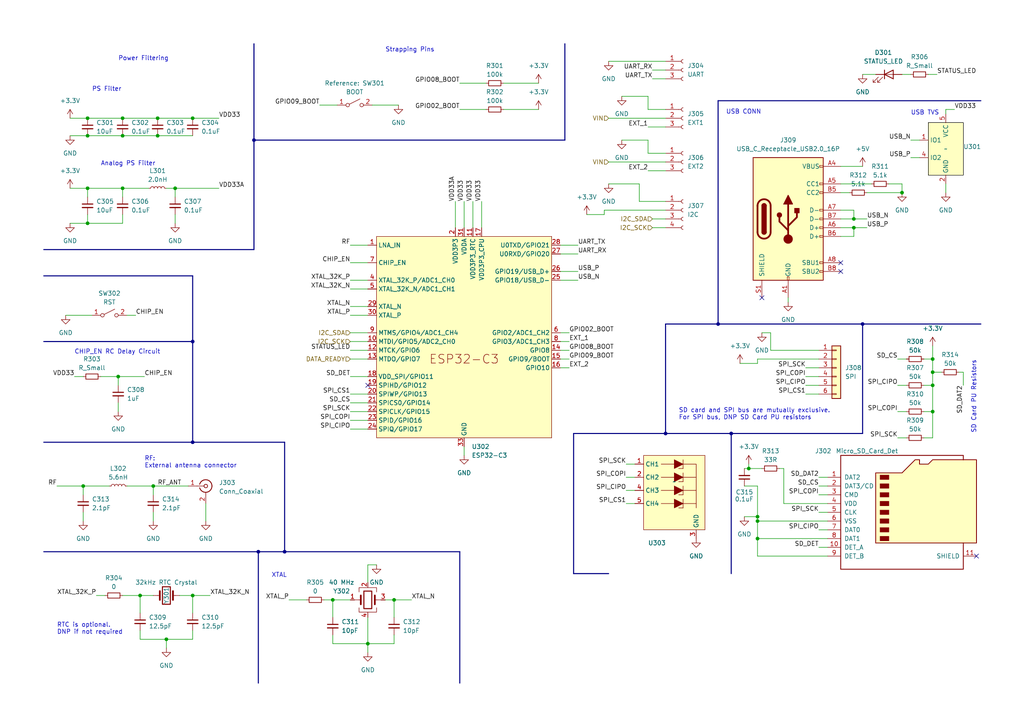
<source format=kicad_sch>
(kicad_sch (version 20231120) (generator "eeschema") (generator_version "8.0")
  (paper "A4")
  (lib_symbols
    (symbol "BVH_Crystals:Crystal_GND24" (pin_names (offset 1.016) hide)
      (property "Reference" "Y" (at 3.175 5.08 0))
      (property "Value" "Crystal_GND24" (at 3.175 3.175 0))
      (symbol "Crystal_GND24_1_1"
        (pin passive line (at -5.08 0 0) (length 1.27) (name "1") (number "1"))
        (pin passive line (at 0 5.08 270) (length 1.27) (name "2") (number "2"))
        (pin passive line (at 5.08 0 180) (length 1.27) (name "3") (number "3"))
        (pin passive line (at 0 -5.08 90) (length 1.27) (name "4") (number "4"))
      )
    )
    (symbol "BVH_Power:MAX3207E"
      (property "Reference" "U" (at 6.35 7.62 0))
      (symbol "MAX3207E_1_1"
        (pin input line (at -7.62 2.54 0) (length 2.54) (name "IO1") (number "1"))
        (pin power_in line (at 0 -10.16 90) (length 2.54) (name "GND") (number "2"))
        (pin input line (at -7.62 -2.54 0) (length 2.54) (name "IO2") (number "4"))
        (pin power_in line (at 0 10.16 270) (length 2.54) (name "VCC") (number "5"))
      )
    )
    (symbol "BVH_Protection:PUSB3AB4"
      (property "Reference" "U" (at 0 8.89 0))
      (symbol "PUSB3AB4_1_1"
        (pin input line (at -6.35 5.08 0) (length 2.54) (name "CH1") (number "1"))
        (pin input line (at -6.35 1.27 0) (length 2.54) (name "CH2") (number "2"))
        (pin input line (at 11.43 -16.51 90) (length 2.54) (name "GND") (number "3"))
        (pin input line (at -6.35 -2.54 0) (length 2.54) (name "CH3") (number "4"))
        (pin input line (at -6.35 -6.35 0) (length 2.54) (name "CH4") (number "5"))
        (pin input line (at 11.43 -16.51 90) (length 2.54) hide (name "GND") (number "8"))
      )
    )
    (symbol "Connector:Conn_01x03_Socket" (pin_names (offset 1.016) hide)
      (property "Reference" "J" (at 0 5.08 0))
      (property "Value" "Conn_01x03_Socket" (at 0 -5.08 0))
      (symbol "Conn_01x03_Socket_1_1"
        (pin passive line (at -5.08 2.54 0) (length 3.81) (name "Pin_1") (number "1"))
        (pin passive line (at -5.08 0 0) (length 3.81) (name "Pin_2") (number "2"))
        (pin passive line (at -5.08 -2.54 0) (length 3.81) (name "Pin_3") (number "3"))
      )
    )
    (symbol "Connector:Conn_01x04_Socket" (pin_names (offset 1.016) hide)
      (property "Reference" "J" (at 0 5.08 0))
      (property "Value" "Conn_01x04_Socket" (at 0 -7.62 0))
      (symbol "Conn_01x04_Socket_1_1"
        (pin passive line (at -5.08 2.54 0) (length 3.81) (name "Pin_1") (number "1"))
        (pin passive line (at -5.08 0 0) (length 3.81) (name "Pin_2") (number "2"))
        (pin passive line (at -5.08 -2.54 0) (length 3.81) (name "Pin_3") (number "3"))
        (pin passive line (at -5.08 -5.08 0) (length 3.81) (name "Pin_4") (number "4"))
      )
    )
    (symbol "Connector:Conn_Coaxial" (pin_names (offset 1.016) hide)
      (property "Reference" "J" (at 0.254 3.048 0))
      (property "Value" "Conn_Coaxial" (at 2.921 0 90))
      (symbol "Conn_Coaxial_1_1"
        (pin passive line (at -5.08 0 0) (length 2.54) (name "In") (number "1"))
        (pin passive line (at 0 -5.08 90) (length 2.54) (name "Ext") (number "2"))
      )
    )
    (symbol "Connector:Micro_SD_Card_Det" (pin_names (offset 1.016))
      (property "Reference" "J" (at -16.51 17.78 0))
      (property "Value" "Micro_SD_Card_Det" (at 16.51 17.78 0))
      (symbol "Micro_SD_Card_Det_1_1"
        (pin bidirectional line (at -22.86 10.16 0) (length 3.81) (name "DAT2") (number "1"))
        (pin passive line (at -22.86 -10.16 0) (length 3.81) (name "DET_A") (number "10"))
        (pin passive line (at 20.32 -12.7 180) (length 3.81) (name "SHIELD") (number "11"))
        (pin bidirectional line (at -22.86 7.62 0) (length 3.81) (name "DAT3/CD") (number "2"))
        (pin input line (at -22.86 5.08 0) (length 3.81) (name "CMD") (number "3"))
        (pin power_in line (at -22.86 2.54 0) (length 3.81) (name "VDD") (number "4"))
        (pin input line (at -22.86 0 0) (length 3.81) (name "CLK") (number "5"))
        (pin power_in line (at -22.86 -2.54 0) (length 3.81) (name "VSS") (number "6"))
        (pin bidirectional line (at -22.86 -5.08 0) (length 3.81) (name "DAT0") (number "7"))
        (pin bidirectional line (at -22.86 -7.62 0) (length 3.81) (name "DAT1") (number "8"))
        (pin passive line (at -22.86 -12.7 0) (length 3.81) (name "DET_B") (number "9"))
      )
    )
    (symbol "Connector:USB_C_Receptacle_USB2.0_16P" (pin_names (offset 1.016))
      (property "Reference" "J" (at 0 22.225 0))
      (property "Value" "USB_C_Receptacle_USB2.0_16P" (at 0 19.685 0))
      (symbol "USB_C_Receptacle_USB2.0_16P_1_1"
        (pin passive line (at 0 -22.86 90) (length 5.08) (name "GND") (number "A1"))
        (pin passive line (at 0 -22.86 90) (length 5.08) hide (name "GND") (number "A12"))
        (pin passive line (at 15.24 15.24 180) (length 5.08) (name "VBUS") (number "A4"))
        (pin bidirectional line (at 15.24 10.16 180) (length 5.08) (name "CC1") (number "A5"))
        (pin bidirectional line (at 15.24 -2.54 180) (length 5.08) (name "D+") (number "A6"))
        (pin bidirectional line (at 15.24 2.54 180) (length 5.08) (name "D-") (number "A7"))
        (pin bidirectional line (at 15.24 -12.7 180) (length 5.08) (name "SBU1") (number "A8"))
        (pin passive line (at 15.24 15.24 180) (length 5.08) hide (name "VBUS") (number "A9"))
        (pin passive line (at 0 -22.86 90) (length 5.08) hide (name "GND") (number "B1"))
        (pin passive line (at 0 -22.86 90) (length 5.08) hide (name "GND") (number "B12"))
        (pin passive line (at 15.24 15.24 180) (length 5.08) hide (name "VBUS") (number "B4"))
        (pin bidirectional line (at 15.24 7.62 180) (length 5.08) (name "CC2") (number "B5"))
        (pin bidirectional line (at 15.24 -5.08 180) (length 5.08) (name "D+") (number "B6"))
        (pin bidirectional line (at 15.24 0 180) (length 5.08) (name "D-") (number "B7"))
        (pin bidirectional line (at 15.24 -15.24 180) (length 5.08) (name "SBU2") (number "B8"))
        (pin passive line (at 15.24 15.24 180) (length 5.08) hide (name "VBUS") (number "B9"))
        (pin passive line (at -7.62 -22.86 90) (length 5.08) (name "SHIELD") (number "S1"))
      )
    )
    (symbol "Connector_Generic:Conn_01x06" (pin_names (offset 1.016) hide)
      (property "Reference" "J" (at 0 7.62 0))
      (property "Value" "Conn_01x06" (at 0 -10.16 0))
      (symbol "Conn_01x06_1_1"
        (pin passive line (at -5.08 5.08 0) (length 3.81) (name "Pin_1") (number "1"))
        (pin passive line (at -5.08 2.54 0) (length 3.81) (name "Pin_2") (number "2"))
        (pin passive line (at -5.08 0 0) (length 3.81) (name "Pin_3") (number "3"))
        (pin passive line (at -5.08 -2.54 0) (length 3.81) (name "Pin_4") (number "4"))
        (pin passive line (at -5.08 -5.08 0) (length 3.81) (name "Pin_5") (number "5"))
        (pin passive line (at -5.08 -7.62 0) (length 3.81) (name "Pin_6") (number "6"))
      )
    )
    (symbol "Device:C_Small" (pin_numbers hide) (pin_names (offset 0.254) hide)
      (property "Reference" "C" (at 0.254 1.778 0))
      (property "Value" "C_Small" (at 0.254 -2.032 0))
      (symbol "C_Small_1_1"
        (pin passive line (at 0 2.54 270) (length 2.032) (name "~") (number "1"))
        (pin passive line (at 0 -2.54 90) (length 2.032) (name "~") (number "2"))
      )
    )
    (symbol "Device:Crystal" (pin_numbers hide) (pin_names (offset 1.016) hide)
      (property "Reference" "Y" (at 0 3.81 0))
      (property "Value" "Crystal" (at 0 -3.81 0))
      (symbol "Crystal_1_1"
        (pin passive line (at -3.81 0 0) (length 1.27) (name "1") (number "1"))
        (pin passive line (at 3.81 0 180) (length 1.27) (name "2") (number "2"))
      )
    )
    (symbol "Device:LED" (pin_numbers hide) (pin_names (offset 1.016) hide)
      (property "Reference" "D" (at 0 2.54 0))
      (property "Value" "LED" (at 0 -2.54 0))
      (symbol "LED_1_1"
        (pin passive line (at -3.81 0 0) (length 2.54) (name "K") (number "1"))
        (pin passive line (at 3.81 0 180) (length 2.54) (name "A") (number "2"))
      )
    )
    (symbol "Device:L_Small" (pin_numbers hide) (pin_names (offset 0.254) hide)
      (property "Reference" "L" (at 0.762 1.016 0))
      (property "Value" "L_Small" (at 0.762 -1.016 0))
      (symbol "L_Small_1_1"
        (pin passive line (at 0 2.54 270) (length 0.508) (name "~") (number "1"))
        (pin passive line (at 0 -2.54 90) (length 0.508) (name "~") (number "2"))
      )
    )
    (symbol "Device:R_Small" (pin_numbers hide) (pin_names (offset 0.254) hide)
      (property "Reference" "R" (at 0.762 0.508 0))
      (property "Value" "R_Small" (at 0.762 -1.016 0))
      (symbol "R_Small_1_1"
        (pin passive line (at 0 2.54 270) (length 0.762) (name "~") (number "1"))
        (pin passive line (at 0 -2.54 90) (length 0.762) (name "~") (number "2"))
      )
    )
    (symbol "Espressif:ESP32-C3"
      (property "Reference" "U" (at -25.4 35.56 0))
      (property "Value" "ESP32-C3" (at -25.4 33.02 0))
      (symbol "ESP32-C3_0_0"
        (text "ESP32-C3" (at 0 -5.08 0) (effects (font (size 2.54 2.54))))
        (pin bidirectional line (at -27.94 27.94 0) (length 2.54) (name "LNA_IN") (number "1"))
        (pin bidirectional line (at -27.94 0 0) (length 2.54) (name "MTDI/GPIO5/ADC2_CH0") (number "10"))
        (pin power_in line (at 2.54 33.02 270) (length 2.54) (name "VDD3P3_RTC") (number "11"))
        (pin bidirectional line (at -27.94 -2.54 0) (length 2.54) (name "MTCK/GPIO6") (number "12"))
        (pin bidirectional line (at -27.94 -5.08 0) (length 2.54) (name "MTDO/GPIO7") (number "13"))
        (pin bidirectional line (at 27.94 -2.54 180) (length 2.54) (name "GPIO8") (number "14"))
        (pin bidirectional line (at 27.94 -5.08 180) (length 2.54) (name "GPIO9/BOOT") (number "15"))
        (pin bidirectional line (at 27.94 -7.62 180) (length 2.54) (name "GPIO10") (number "16"))
        (pin power_in line (at 5.08 33.02 270) (length 2.54) (name "VDD3P3_CPU") (number "17"))
        (pin bidirectional line (at -27.94 -10.16 0) (length 2.54) (name "VDD_SPI/GPIO11") (number "18"))
        (pin bidirectional line (at -27.94 -12.7 0) (length 2.54) (name "SPIHD/GPIO12") (number "19"))
        (pin power_in line (at -2.54 33.02 270) (length 2.54) (name "VDD3P3") (number "2"))
        (pin bidirectional line (at -27.94 -15.24 0) (length 2.54) (name "SPIWP/GPIO13") (number "20"))
        (pin bidirectional line (at -27.94 -17.78 0) (length 2.54) (name "SPICS0/GPIO14") (number "21"))
        (pin bidirectional line (at -27.94 -20.32 0) (length 2.54) (name "SPICLK/GPIO15") (number "22"))
        (pin bidirectional line (at -27.94 -22.86 0) (length 2.54) (name "SPID/GPIO16") (number "23"))
        (pin bidirectional line (at -27.94 -25.4 0) (length 2.54) (name "SPIQ/GPIO17") (number "24"))
        (pin bidirectional line (at 27.94 17.78 180) (length 2.54) (name "GPIO18/USB_D-") (number "25"))
        (pin bidirectional line (at 27.94 20.32 180) (length 2.54) (name "GPIO19/USB_D+") (number "26"))
        (pin bidirectional line (at 27.94 25.4 180) (length 2.54) (name "U0RXD/GPIO20") (number "27"))
        (pin bidirectional line (at 27.94 27.94 180) (length 2.54) (name "U0TXD/GPIO21") (number "28"))
        (pin output line (at -27.94 10.16 0) (length 2.54) (name "XTAL_N") (number "29"))
        (pin input line (at -27.94 7.62 0) (length 2.54) (name "XTAL_P") (number "30"))
        (pin power_in line (at 0 33.02 270) (length 2.54) (name "VDDA") (number "31"))
        (pin power_in line (at 0 -30.48 90) (length 2.54) (name "GND") (number "33"))
        (pin output line (at -27.94 17.78 0) (length 2.54) (name "XTAL_32K_P/ADC1_CH0") (number "4"))
        (pin input line (at -27.94 15.24 0) (length 2.54) (name "XTAL_32K_N/ADC1_CH1") (number "5"))
        (pin bidirectional line (at 27.94 2.54 180) (length 2.54) (name "GPIO2/ADC1_CH2") (number "6"))
        (pin input line (at -27.94 22.86 0) (length 2.54) (name "CHIP_EN") (number "7"))
        (pin bidirectional line (at 27.94 0 180) (length 2.54) (name "GPIO3/ADC1_CH3") (number "8"))
        (pin bidirectional line (at -27.94 2.54 0) (length 2.54) (name "MTMS/GPIO4/ADC1_CH4") (number "9"))
      )
      (symbol "ESP32-C3_0_1"
        (pin passive line (at -2.54 33.02 270) (length 2.54) hide (name "VDD3P3") (number "3"))
        (pin passive line (at 0 33.02 270) (length 2.54) hide (name "VDDA") (number "32"))
      )
    )
    (symbol "Switch:SW_SPST" (pin_names (offset 0) hide)
      (property "Reference" "SW" (at 0 3.175 0))
      (property "Value" "SW_SPST" (at 0 -2.54 0))
      (symbol "SW_SPST_1_1"
        (pin passive line (at -5.08 0 0) (length 2.54) (name "A") (number "1"))
        (pin passive line (at 5.08 0 180) (length 2.54) (name "B") (number "2"))
      )
    )
    (symbol "power:+3.3V" (power) (pin_names (offset 0))
      (property "Value" "+3.3V" (at 0 3.556 0))
      (symbol "+3.3V_1_1"
        (pin power_in line (at 0 0 90) (length 0) hide (name "+3.3V") (number "1"))
      )
    )
    (symbol "power:+5V" (power) (pin_names (offset 0))
      (property "Value" "+5V" (at 0 3.556 0))
      (symbol "+5V_1_1"
        (pin power_in line (at 0 0 90) (length 0) hide (name "+5V") (number "1"))
      )
    )
    (symbol "power:GND" (power) (pin_names (offset 0))
      (property "Value" "GND" (at 0 -3.81 0))
      (symbol "GND_1_1"
        (pin power_in line (at 0 0 270) (length 0) hide (name "GND") (number "1"))
      )
    )
  )
  (junction (at 82.55 160.02))
  (junction (at 247.65 63.5))
  (junction (at 48.26 185.42))
  (junction (at 208.28 93.98))
  (junction (at 55.88 34.29))
  (junction (at 114.3 173.99))
  (junction (at 45.72 39.37))
  (junction (at 34.29 109.22))
  (junction (at 96.52 173.99))
  (junction (at 74.93 160.02))
  (junction (at 247.65 66.04))
  (junction (at 193.04 125.73))
  (junction (at 270.51 119.38))
  (junction (at 270.51 111.76))
  (junction (at 250.19 93.98))
  (junction (at 261.62 55.88))
  (junction (at 35.56 54.61))
  (junction (at 106.68 186.69))
  (junction (at 35.56 39.37))
  (junction (at 25.4 34.29))
  (junction (at 45.72 34.29))
  (junction (at 219.71 151.13))
  (junction (at 270.51 104.14))
  (junction (at 55.88 99.06))
  (junction (at 55.88 128.27))
  (junction (at 73.66 40.64))
  (junction (at 25.4 64.77))
  (junction (at 270.51 107.95))
  (junction (at 44.45 140.97))
  (junction (at 219.71 149.86))
  (junction (at 25.4 54.61))
  (junction (at 50.8 54.61))
  (junction (at 24.13 140.97))
  (junction (at 40.64 172.72))
  (junction (at 55.88 172.72))
  (junction (at 219.71 156.21))
  (junction (at 35.56 34.29))
  (junction (at 212.09 125.73))
  (junction (at 217.17 135.89))
  (junction (at 25.4 39.37))
  (no_connect (at 106.68 111.76))
  (no_connect (at 243.84 78.74))
  (no_connect (at 283.21 161.29))
  (no_connect (at 243.84 76.2))
  (no_connect (at 220.98 86.36))
  (wire (pts (xy 35.56 172.72) (xy 40.64 172.72)))
  (wire (pts (xy 228.6 86.36) (xy 228.6 87.63)))
  (wire (pts (xy 101.6 76.2) (xy 106.68 76.2)))
  (wire (pts (xy 106.68 186.69) (xy 114.3 186.69)))
  (wire (pts (xy 45.72 39.37) (xy 55.88 39.37)))
  (wire (pts (xy 187.96 27.94) (xy 187.96 31.75)))
  (wire (pts (xy 20.32 54.61) (xy 25.4 54.61)))
  (wire (pts (xy 257.81 53.34) (xy 261.62 53.34)))
  (wire (pts (xy 270.51 127) (xy 270.51 119.38)))
  (wire (pts (xy 219.71 151.13) (xy 219.71 156.21)))
  (bus (pts (xy 82.55 160.02) (xy 133.35 160.02)))
  (wire (pts (xy 25.4 39.37) (xy 35.56 39.37)))
  (wire (pts (xy 176.53 17.78) (xy 193.04 17.78)))
  (bus (pts (xy 212.09 125.73) (xy 212.09 166.37)))
  (bus (pts (xy 82.55 160.02) (xy 82.55 128.27)))
  (wire (pts (xy 101.6 114.3) (xy 106.68 114.3)))
  (wire (pts (xy 170.18 62.23) (xy 175.26 62.23)))
  (wire (pts (xy 162.56 101.6) (xy 165.1 101.6)))
  (wire (pts (xy 48.26 185.42) (xy 55.88 185.42)))
  (wire (pts (xy 29.21 109.22) (xy 34.29 109.22)))
  (wire (pts (xy 101.6 119.38) (xy 106.68 119.38)))
  (wire (pts (xy 146.05 31.75) (xy 156.21 31.75)))
  (wire (pts (xy 96.52 186.69) (xy 96.52 184.15)))
  (wire (pts (xy 44.45 172.72) (xy 40.64 172.72)))
  (wire (pts (xy 187.96 40.64) (xy 187.96 44.45)))
  (wire (pts (xy 35.56 34.29) (xy 45.72 34.29)))
  (wire (pts (xy 101.6 104.14) (xy 106.68 104.14)))
  (wire (pts (xy 21.59 109.22) (xy 24.13 109.22)))
  (wire (pts (xy 237.49 153.67) (xy 240.03 153.67)))
  (bus (pts (xy 208.28 93.98) (xy 193.04 93.98)))
  (wire (pts (xy 176.53 46.99) (xy 193.04 46.99)))
  (wire (pts (xy 40.64 185.42) (xy 40.64 182.88)))
  (wire (pts (xy 270.51 119.38) (xy 270.51 111.76)))
  (wire (pts (xy 36.83 91.44) (xy 39.37 91.44)))
  (wire (pts (xy 219.71 105.41) (xy 219.71 104.14)))
  (wire (pts (xy 101.6 124.46) (xy 106.68 124.46)))
  (wire (pts (xy 134.62 58.42) (xy 134.62 66.04)))
  (wire (pts (xy 274.32 31.75) (xy 274.32 33.02)))
  (wire (pts (xy 34.29 119.38) (xy 34.29 116.84)))
  (wire (pts (xy 134.62 129.54) (xy 134.62 132.08)))
  (wire (pts (xy 181.61 142.24) (xy 184.15 142.24)))
  (wire (pts (xy 137.16 58.42) (xy 137.16 66.04)))
  (wire (pts (xy 260.35 127) (xy 262.89 127)))
  (wire (pts (xy 181.61 146.05) (xy 184.15 146.05)))
  (wire (pts (xy 264.16 45.72) (xy 266.7 45.72)))
  (wire (pts (xy 25.4 54.61) (xy 25.4 57.15)))
  (bus (pts (xy 73.66 40.64) (xy 163.83 40.64)))
  (wire (pts (xy 101.6 101.6) (xy 106.68 101.6)))
  (wire (pts (xy 25.4 64.77) (xy 35.56 64.77)))
  (wire (pts (xy 243.84 48.26) (xy 250.19 48.26)))
  (wire (pts (xy 185.42 53.34) (xy 185.42 58.42)))
  (wire (pts (xy 96.52 173.99) (xy 96.52 179.07)))
  (wire (pts (xy 243.84 66.04) (xy 247.65 66.04)))
  (wire (pts (xy 101.6 121.92) (xy 106.68 121.92)))
  (wire (pts (xy 187.96 44.45) (xy 193.04 44.45)))
  (wire (pts (xy 180.34 27.94) (xy 187.96 27.94)))
  (wire (pts (xy 269.24 21.59) (xy 271.78 21.59)))
  (wire (pts (xy 267.97 111.76) (xy 270.51 111.76)))
  (wire (pts (xy 189.23 20.32) (xy 193.04 20.32)))
  (wire (pts (xy 233.68 106.68) (xy 237.49 106.68)))
  (wire (pts (xy 264.16 40.64) (xy 266.7 40.64)))
  (bus (pts (xy 163.83 12.7) (xy 163.83 40.64)))
  (wire (pts (xy 233.68 109.22) (xy 237.49 109.22)))
  (wire (pts (xy 63.5 34.29) (xy 55.88 34.29)))
  (wire (pts (xy 55.88 172.72) (xy 55.88 177.8)))
  (wire (pts (xy 267.97 104.14) (xy 270.51 104.14)))
  (wire (pts (xy 132.08 58.42) (xy 132.08 66.04)))
  (wire (pts (xy 274.32 31.75) (xy 276.86 31.75)))
  (bus (pts (xy 73.66 12.7) (xy 73.66 40.64)))
  (wire (pts (xy 260.35 111.76) (xy 262.89 111.76)))
  (wire (pts (xy 45.72 34.29) (xy 55.88 34.29)))
  (wire (pts (xy 106.68 163.83) (xy 109.22 163.83)))
  (wire (pts (xy 50.8 62.23) (xy 50.8 64.77)))
  (wire (pts (xy 19.05 91.44) (xy 26.67 91.44)))
  (wire (pts (xy 25.4 54.61) (xy 35.56 54.61)))
  (wire (pts (xy 219.71 156.21) (xy 219.71 161.29)))
  (wire (pts (xy 101.6 99.06) (xy 106.68 99.06)))
  (wire (pts (xy 219.71 140.97) (xy 219.71 149.86)))
  (wire (pts (xy 237.49 143.51) (xy 240.03 143.51)))
  (wire (pts (xy 133.35 24.13) (xy 140.97 24.13)))
  (wire (pts (xy 247.65 68.58) (xy 247.65 66.04)))
  (wire (pts (xy 219.71 161.29) (xy 240.03 161.29)))
  (wire (pts (xy 237.49 148.59) (xy 240.03 148.59)))
  (bus (pts (xy 193.04 125.73) (xy 166.37 125.73)))
  (wire (pts (xy 44.45 148.59) (xy 44.45 151.13)))
  (wire (pts (xy 217.17 135.89) (xy 220.98 135.89)))
  (wire (pts (xy 267.97 127) (xy 270.51 127)))
  (wire (pts (xy 247.65 63.5) (xy 251.46 63.5)))
  (wire (pts (xy 219.71 104.14) (xy 237.49 104.14)))
  (wire (pts (xy 35.56 54.61) (xy 43.18 54.61)))
  (wire (pts (xy 162.56 106.68) (xy 165.1 106.68)))
  (wire (pts (xy 34.29 109.22) (xy 34.29 111.76)))
  (wire (pts (xy 189.23 22.86) (xy 193.04 22.86)))
  (wire (pts (xy 227.33 146.05) (xy 240.03 146.05)))
  (wire (pts (xy 226.06 135.89) (xy 227.33 135.89)))
  (bus (pts (xy 12.7 160.02) (xy 74.93 160.02)))
  (bus (pts (xy 73.66 72.39) (xy 73.66 40.64)))
  (wire (pts (xy 261.62 53.34) (xy 261.62 55.88)))
  (wire (pts (xy 180.34 40.64) (xy 187.96 40.64)))
  (bus (pts (xy 250.19 125.73) (xy 212.09 125.73)))
  (wire (pts (xy 279.4 107.95) (xy 279.4 111.76)))
  (wire (pts (xy 270.51 111.76) (xy 270.51 107.95)))
  (wire (pts (xy 101.6 91.44) (xy 106.68 91.44)))
  (wire (pts (xy 274.32 53.34) (xy 274.32 55.88)))
  (bus (pts (xy 250.19 93.98) (xy 250.19 125.73)))
  (wire (pts (xy 247.65 66.04) (xy 251.46 66.04)))
  (wire (pts (xy 35.56 64.77) (xy 35.56 62.23)))
  (bus (pts (xy 12.7 72.39) (xy 73.66 72.39)))
  (wire (pts (xy 217.17 134.62) (xy 217.17 135.89)))
  (wire (pts (xy 34.29 109.22) (xy 41.91 109.22)))
  (wire (pts (xy 50.8 54.61) (xy 63.5 54.61)))
  (wire (pts (xy 237.49 158.75) (xy 240.03 158.75)))
  (wire (pts (xy 133.35 31.75) (xy 140.97 31.75)))
  (bus (pts (xy 208.28 29.21) (xy 208.28 93.98)))
  (wire (pts (xy 162.56 71.12) (xy 167.64 71.12)))
  (wire (pts (xy 162.56 81.28) (xy 167.64 81.28)))
  (wire (pts (xy 24.13 148.59) (xy 24.13 151.13)))
  (wire (pts (xy 176.53 53.34) (xy 185.42 53.34)))
  (wire (pts (xy 243.84 55.88) (xy 246.38 55.88)))
  (wire (pts (xy 237.49 140.97) (xy 240.03 140.97)))
  (wire (pts (xy 55.88 185.42) (xy 55.88 182.88)))
  (wire (pts (xy 106.68 189.23) (xy 106.68 186.69)))
  (wire (pts (xy 139.7 58.42) (xy 139.7 66.04)))
  (wire (pts (xy 220.98 96.52) (xy 223.52 96.52)))
  (bus (pts (xy 193.04 93.98) (xy 193.04 125.73)))
  (wire (pts (xy 92.71 30.48) (xy 97.79 30.48)))
  (bus (pts (xy 55.88 128.27) (xy 82.55 128.27)))
  (bus (pts (xy 166.37 125.73) (xy 166.37 166.37)))
  (wire (pts (xy 270.51 104.14) (xy 270.51 100.33)))
  (wire (pts (xy 101.6 88.9) (xy 106.68 88.9)))
  (wire (pts (xy 44.45 140.97) (xy 36.83 140.97)))
  (wire (pts (xy 162.56 73.66) (xy 167.64 73.66)))
  (wire (pts (xy 162.56 78.74) (xy 167.64 78.74)))
  (bus (pts (xy 12.7 99.06) (xy 55.88 99.06)))
  (wire (pts (xy 101.6 116.84) (xy 106.68 116.84)))
  (bus (pts (xy 193.04 125.73) (xy 212.09 125.73)))
  (wire (pts (xy 247.65 60.96) (xy 247.65 63.5)))
  (wire (pts (xy 146.05 24.13) (xy 156.21 24.13)))
  (wire (pts (xy 187.96 31.75) (xy 193.04 31.75)))
  (wire (pts (xy 83.82 173.99) (xy 88.9 173.99)))
  (wire (pts (xy 219.71 151.13) (xy 240.03 151.13)))
  (wire (pts (xy 250.19 21.59) (xy 254 21.59)))
  (wire (pts (xy 219.71 149.86) (xy 219.71 151.13)))
  (wire (pts (xy 251.46 55.88) (xy 261.62 55.88)))
  (wire (pts (xy 44.45 143.51) (xy 44.45 140.97)))
  (wire (pts (xy 101.6 109.22) (xy 106.68 109.22)))
  (wire (pts (xy 162.56 104.14) (xy 165.1 104.14)))
  (wire (pts (xy 111.76 173.99) (xy 114.3 173.99)))
  (wire (pts (xy 219.71 156.21) (xy 240.03 156.21)))
  (wire (pts (xy 25.4 34.29) (xy 35.56 34.29)))
  (wire (pts (xy 215.9 149.86) (xy 219.71 149.86)))
  (wire (pts (xy 278.13 107.95) (xy 279.4 107.95)))
  (wire (pts (xy 27.94 172.72) (xy 30.48 172.72)))
  (wire (pts (xy 50.8 54.61) (xy 50.8 57.15)))
  (wire (pts (xy 48.26 54.61) (xy 50.8 54.61)))
  (wire (pts (xy 101.6 71.12) (xy 106.68 71.12)))
  (wire (pts (xy 35.56 39.37) (xy 45.72 39.37)))
  (wire (pts (xy 101.6 83.82) (xy 106.68 83.82)))
  (wire (pts (xy 107.95 30.48) (xy 115.57 30.48)))
  (bus (pts (xy 208.28 93.98) (xy 250.19 93.98)))
  (wire (pts (xy 162.56 96.52) (xy 165.1 96.52)))
  (bus (pts (xy 166.37 166.37) (xy 176.53 166.37)))
  (wire (pts (xy 106.68 179.07) (xy 106.68 186.69)))
  (wire (pts (xy 25.4 62.23) (xy 25.4 64.77)))
  (wire (pts (xy 20.32 34.29) (xy 25.4 34.29)))
  (wire (pts (xy 59.69 146.05) (xy 59.69 151.13)))
  (wire (pts (xy 243.84 53.34) (xy 252.73 53.34)))
  (wire (pts (xy 40.64 185.42) (xy 48.26 185.42)))
  (wire (pts (xy 185.42 58.42) (xy 193.04 58.42)))
  (wire (pts (xy 214.63 105.41) (xy 219.71 105.41)))
  (wire (pts (xy 215.9 135.89) (xy 217.17 135.89)))
  (wire (pts (xy 260.35 119.38) (xy 262.89 119.38)))
  (wire (pts (xy 20.32 39.37) (xy 25.4 39.37)))
  (wire (pts (xy 189.23 63.5) (xy 193.04 63.5)))
  (wire (pts (xy 243.84 63.5) (xy 247.65 63.5)))
  (wire (pts (xy 181.61 134.62) (xy 184.15 134.62)))
  (wire (pts (xy 260.35 104.14) (xy 262.89 104.14)))
  (wire (pts (xy 243.84 60.96) (xy 247.65 60.96)))
  (bus (pts (xy 55.88 99.06) (xy 55.88 128.27)))
  (wire (pts (xy 40.64 172.72) (xy 40.64 177.8)))
  (wire (pts (xy 227.33 146.05) (xy 227.33 135.89)))
  (wire (pts (xy 175.26 62.23) (xy 175.26 60.96)))
  (wire (pts (xy 114.3 173.99) (xy 114.3 179.07)))
  (wire (pts (xy 189.23 66.04) (xy 193.04 66.04)))
  (wire (pts (xy 96.52 186.69) (xy 106.68 186.69)))
  (wire (pts (xy 24.13 140.97) (xy 24.13 143.51)))
  (wire (pts (xy 16.51 140.97) (xy 24.13 140.97)))
  (wire (pts (xy 101.6 96.52) (xy 106.68 96.52)))
  (wire (pts (xy 52.07 172.72) (xy 55.88 172.72)))
  (wire (pts (xy 187.96 49.53) (xy 193.04 49.53)))
  (wire (pts (xy 270.51 107.95) (xy 270.51 104.14)))
  (wire (pts (xy 175.26 60.96) (xy 193.04 60.96)))
  (bus (pts (xy 74.93 160.02) (xy 82.55 160.02)))
  (bus (pts (xy 250.19 93.98) (xy 284.48 93.98)))
  (wire (pts (xy 55.88 172.72) (xy 60.96 172.72)))
  (wire (pts (xy 261.62 21.59) (xy 264.16 21.59)))
  (wire (pts (xy 101.6 81.28) (xy 106.68 81.28)))
  (wire (pts (xy 96.52 173.99) (xy 101.6 173.99)))
  (wire (pts (xy 114.3 173.99) (xy 119.38 173.99)))
  (wire (pts (xy 181.61 138.43) (xy 184.15 138.43)))
  (wire (pts (xy 44.45 140.97) (xy 54.61 140.97)))
  (wire (pts (xy 176.53 34.29) (xy 193.04 34.29)))
  (bus (pts (xy 74.93 160.02) (xy 74.93 198.12)))
  (wire (pts (xy 237.49 138.43) (xy 240.03 138.43)))
  (bus (pts (xy 284.48 29.21) (xy 208.28 29.21)))
  (wire (pts (xy 48.26 185.42) (xy 48.26 187.96)))
  (wire (pts (xy 187.96 36.83) (xy 193.04 36.83)))
  (wire (pts (xy 215.9 140.97) (xy 219.71 140.97)))
  (wire (pts (xy 233.68 114.3) (xy 237.49 114.3)))
  (wire (pts (xy 223.52 96.52) (xy 223.52 101.6)))
  (wire (pts (xy 267.97 119.38) (xy 270.51 119.38)))
  (bus (pts (xy 133.35 160.02) (xy 133.35 198.12)))
  (wire (pts (xy 93.98 173.99) (xy 96.52 173.99)))
  (wire (pts (xy 24.13 140.97) (xy 31.75 140.97)))
  (wire (pts (xy 114.3 186.69) (xy 114.3 184.15)))
  (wire (pts (xy 243.84 68.58) (xy 247.65 68.58)))
  (wire (pts (xy 233.68 111.76) (xy 237.49 111.76)))
  (bus (pts (xy 55.88 80.01) (xy 55.88 99.06)))
  (wire (pts (xy 223.52 101.6) (xy 237.49 101.6)))
  (bus (pts (xy 12.7 128.27) (xy 55.88 128.27)))
  (bus (pts (xy 12.7 80.01) (xy 55.88 80.01)))
  (wire (pts (xy 162.56 99.06) (xy 165.1 99.06)))
  (wire (pts (xy 106.68 168.91) (xy 106.68 163.83)))
  (wire (pts (xy 35.56 54.61) (xy 35.56 57.15)))
  (wire (pts (xy 20.32 64.77) (xy 25.4 64.77)))
  (wire (pts (xy 270.51 107.95) (xy 273.05 107.95)))
  (text "CHIP_EN RC Delay Circuit" (at 21.59 102.87 0) (effects (font (size 1.27 1.27)) (justify left bottom)))
  (text "Analog PS Filter" (at 29.21 48.26 0) (effects (font (size 1.27 1.27)) (justify left bottom)))
  (text "SD Card PU Resistors" (at 283.21 125.73 90) (effects (font (size 1.27 1.27)) (justify left bottom)))
  (text "XTAL" (at 78.74 167.64 0) (effects (font (size 1.27 1.27)) (justify left bottom)))
  (text "USB CONN" (at 210.566 33.274 0) (effects (font (size 1.27 1.27)) (justify left bottom)))
  (text "SD card and SPI bus are mutually exclusive.\nFor SPI bus, DNP SD Card PU resistors" (at 196.85 121.92 0) (effects (font (size 1.27 1.27)) (justify left bottom)))
  (text "RTC is optional.\nDNP if not required" (at 16.51 184.15 0) (effects (font (size 1.27 1.27)) (justify left bottom)))
  (text "USB TVS" (at 264.16 33.528 0) (effects (font (size 1.27 1.27)) (justify left bottom)))
  (text "Strapping Pins" (at 111.76 15.24 0) (effects (font (size 1.27 1.27)) (justify left bottom)))
  (text "Power Filtering" (at 34.29 17.78 0) (effects (font (size 1.27 1.27)) (justify left bottom)))
  (text "PS Filter" (at 26.67 26.67 0) (effects (font (size 1.27 1.27)) (justify left bottom)))
  (text "RF:\nExternal antenna connector\n" (at 41.91 135.89 0) (effects (font (size 1.27 1.27)) (justify left bottom)))
  (label "EXT_1" (at 165.1 99.06 0))
  (label "SPI_SCK" (at 237.49 148.59 180))
  (label "CHIP_EN" (at 41.91 109.22 0))
  (label "SPI_CS1" (at 181.61 146.05 180))
  (label "VDD33" (at 134.62 58.42 90))
  (label "UART_RX" (at 167.64 73.66 0))
  (label "SPI_CIPO" (at 101.6 124.46 180))
  (label "USB_N" (at 167.64 81.28 0))
  (label "GPIO09_BOOT" (at 92.71 30.48 180))
  (label "SPI_CS1" (at 233.68 114.3 180))
  (label "SPI_CS1" (at 101.6 114.3 180))
  (label "XTAL_32K_N" (at 101.6 83.82 180))
  (label "SD_CS" (at 237.49 140.97 180))
  (label "RF_ANT" (at 45.72 140.97 0))
  (label "UART_RX" (at 189.23 20.32 180))
  (label "SPI_CIPO" (at 233.68 111.76 180))
  (label "CHIP_EN" (at 39.37 91.44 0))
  (label "EXT_2" (at 165.1 106.68 0))
  (label "USB_P" (at 264.16 45.72 180))
  (label "SPI_COPI" (at 101.6 121.92 180))
  (label "XTAL_P" (at 83.82 173.99 180))
  (label "GPIO02_BOOT" (at 165.1 96.52 0))
  (label "USB_P" (at 167.64 78.74 0))
  (label "GPIO09_BOOT" (at 165.1 104.14 0))
  (label "EXT_1" (at 187.96 36.83 180))
  (label "SD_DET" (at 237.49 158.75 180))
  (label "XTAL_32K_N" (at 60.96 172.72 0))
  (label "EXT_2" (at 187.96 49.53 180))
  (label "SD_CS" (at 260.35 104.14 180))
  (label "SPI_SCK" (at 233.68 106.68 180))
  (label "USB_N" (at 251.46 63.5 0))
  (label "SPI_CIPO" (at 237.49 153.67 180))
  (label "GPIO02_BOOT" (at 133.35 31.75 180))
  (label "SPI_SCK" (at 260.35 127 180))
  (label "SPI_COPI" (at 260.35 119.38 180))
  (label "STATUS_LED" (at 271.78 21.59 0))
  (label "STATUS_LED" (at 101.6 101.6 180))
  (label "RF" (at 101.6 71.12 180))
  (label "CHIP_EN" (at 101.6 76.2 180))
  (label "SD_DAT2" (at 279.4 111.76 270))
  (label "USB_P" (at 251.46 66.04 0))
  (label "XTAL_P" (at 101.6 91.44 180))
  (label "SPI_COPI" (at 181.61 138.43 180))
  (label "SPI_SCK" (at 101.6 119.38 180))
  (label "XTAL_32K_P" (at 27.94 172.72 180))
  (label "SPI_COPI" (at 233.68 109.22 180))
  (label "SD_DAT2" (at 237.49 138.43 180))
  (label "SD_DET" (at 101.6 109.22 180))
  (label "SD_CS" (at 101.6 116.84 180))
  (label "GPIO08_BOOT" (at 133.35 24.13 180))
  (label "VDD33" (at 276.86 31.75 0))
  (label "UART_TX" (at 189.23 22.86 180))
  (label "SPI_CIPO" (at 260.35 111.76 180))
  (label "VDD33A" (at 63.5 54.61 0))
  (label "USB_N" (at 264.16 40.64 180))
  (label "UART_TX" (at 167.64 71.12 0))
  (label "GPIO08_BOOT" (at 165.1 101.6 0))
  (label "VDD33" (at 137.16 58.42 90))
  (label "SPI_COPI" (at 237.49 143.51 180))
  (label "VDD33A" (at 132.08 58.42 90))
  (label "XTAL_32K_P" (at 101.6 81.28 180))
  (label "XTAL_N" (at 119.38 173.99 0))
  (label "RF" (at 16.51 140.97 180))
  (label "XTAL_N" (at 101.6 88.9 180))
  (label "VDD33" (at 63.5 34.29 0))
  (label "SPI_CIPO" (at 181.61 142.24 180))
  (label "VDD33" (at 21.59 109.22 180))
  (label "VDD33" (at 139.7 58.42 90))
  (label "SPI_SCK" (at 181.61 134.62 180))
  (hierarchical_label "I2C_SCK" (shape input) (at 101.6 99.06 180))
  (hierarchical_label "VIN" (shape input) (at 176.53 34.29 180))
  (hierarchical_label "I2C_SCK" (shape input) (at 189.23 66.04 180))
  (hierarchical_label "I2C_SDA" (shape input) (at 189.23 63.5 180))
  (hierarchical_label "DATA_READY" (shape input) (at 101.6 104.14 180))
  (hierarchical_label "VIN" (shape input) (at 176.53 46.99 180))
  (hierarchical_label "I2C_SDA" (shape input) (at 101.6 96.52 180))
  (symbol (lib_id "Device:C_Small") (at 215.9 138.43 180) (unit 1)
    (property "Reference" "C315" (at 213.36 142.748 0) (effects (justify right)))
    (property "Value" "0.1uF" (at 213.106 144.78 0) (effects (justify right)))
    (property "Footprint" "Capacitor_SMD:C_0603_1608Metric" (effects (hide yes)))
  )
  (symbol (lib_id "power:+3.3V") (at 170.18 62.23 0) (unit 1)
    (property "Reference" "#PWR0327" (effects (hide yes)))
    (property "Value" "+3.3V" (at 170.18 57.15 0))
  )
  (symbol (lib_id "Device:R_Small") (at 265.43 119.38 90) (unit 1)
    (property "Reference" "R310" (at 265.43 114.3 90))
    (property "Value" "50k" (at 265.43 116.84 90))
    (property "Footprint" "Resistor_SMD:R_0603_1608Metric" (effects (hide yes)))
  )
  (symbol (lib_id "Device:R_Small") (at 33.02 172.72 90) (unit 1)
    (property "Reference" "R304" (at 33.02 167.64 90))
    (property "Value" "0" (at 33.02 170.18 90))
    (property "Footprint" "Resistor_SMD:R_0603_1608Metric" (effects (hide yes)))
  )
  (symbol (lib_id "BVH_Protection:PUSB3AB4") (at 190.5 139.7 0) (unit 1)
    (property "Reference" "U303" (at 187.96 157.48 0) (effects (justify left)))
    (property "Value" "~" (at 195.58 139.7 0))
    (property "Footprint" "BVH_Components_Misc:Diode_10Pin_DFN2510A-10_10-XFDFN_SOT1176-1" (effects (hide yes)))
    (property "Datasheet" "https://assets.nexperia.com/documents/data-sheet/PUSB3AB4.pdf" (effects (hide yes)))
  )
  (symbol (lib_id "power:GND") (at 106.68 189.23 0) (unit 1)
    (property "Reference" "#PWR0318" (effects (hide yes)))
    (property "Value" "GND" (at 106.68 194.31 0))
  )
  (symbol (lib_id "power:+3.3V") (at 270.51 100.33 0) (unit 1)
    (property "Reference" "#PWR01" (effects (hide yes)))
    (property "Value" "+3.3V" (at 270.51 95.25 0))
  )
  (symbol (lib_id "Device:C_Small") (at 35.56 36.83 0) (unit 1)
    (property "Reference" "C302" (at 38.1 35.5663 0) (effects (justify left)))
    (property "Value" "0.1uF" (at 38.1 38.1063 0) (effects (justify left)))
    (property "Footprint" "Capacitor_SMD:C_0603_1608Metric" (effects (hide yes)))
  )
  (symbol (lib_id "Device:R_Small") (at 223.52 135.89 90) (unit 1)
    (property "Reference" "R313" (at 223.52 130.81 90))
    (property "Value" "33R" (at 223.52 133.35 90))
    (property "Footprint" "Resistor_SMD:R_0603_1608Metric" (effects (hide yes)))
    (property "Description" "Inrush current limiting resistor" (effects (hide yes)))
  )
  (symbol (lib_id "power:GND") (at 261.62 55.88 0) (unit 1)
    (property "Reference" "#PWR02" (effects (hide yes)))
    (property "Value" "GND" (at 261.62 60.96 0))
  )
  (symbol (lib_id "Device:C_Small") (at 44.45 146.05 0) (unit 1)
    (property "Reference" "C314" (at 46.99 144.7863 0) (effects (justify left)))
    (property "Value" "2.1pF" (at 46.99 147.3263 0) (effects (justify left)))
    (property "Footprint" "Capacitor_SMD:C_0603_1608Metric" (effects (hide yes)))
  )
  (symbol (lib_id "power:GND") (at 274.32 55.88 0) (unit 1)
    (property "Reference" "#PWR0311" (effects (hide yes)))
    (property "Value" "GND" (at 274.32 60.96 0))
  )
  (symbol (lib_id "Connector_Generic:Conn_01x06") (at 242.57 106.68 0) (unit 1)
    (property "Reference" "J308" (at 245.11 106.68 0) (effects (justify left)))
    (property "Value" "SPI" (at 245.11 109.22 0) (effects (justify left)))
    (property "Footprint" "Connector_PinHeader_2.54mm:PinHeader_1x06_P2.54mm_Vertical" (effects (hide yes)))
  )
  (symbol (lib_id "BVH_Power:MAX3207E") (at 274.32 43.18 0) (unit 1)
    (property "Reference" "U301" (at 279.4 42.545 0) (effects (justify left)))
    (property "Value" "~" (at 274.32 43.18 0))
    (property "Footprint" "Package_TO_SOT_SMD:SOT-23-6" (effects (hide yes)))
  )
  (symbol (lib_id "power:GND") (at 24.13 151.13 0) (unit 1)
    (property "Reference" "#PWR0319" (effects (hide yes)))
    (property "Value" "GND" (at 24.13 156.21 0))
  )
  (symbol (lib_id "power:+5V") (at 250.19 48.26 0) (unit 1)
    (property "Reference" "#PWR04" (effects (hide yes)))
    (property "Value" "+5V" (at 250.19 43.18 0))
  )
  (symbol (lib_id "Device:C_Small") (at 40.64 180.34 0) (unit 1)
    (property "Reference" "C309" (at 43.18 179.0763 0) (effects (justify left)))
    (property "Value" "12.5pF" (at 43.18 181.6163 0) (effects (justify left)))
    (property "Footprint" "Capacitor_SMD:C_0603_1608Metric" (effects (hide yes)))
  )
  (symbol (lib_id "power:GND") (at 176.53 53.34 0) (unit 1)
    (property "Reference" "#PWR0326" (effects (hide yes)))
    (property "Value" "GND" (at 176.53 58.42 0))
  )
  (symbol (lib_id "Device:C_Small") (at 50.8 59.69 0) (unit 1)
    (property "Reference" "C307" (at 53.34 58.4263 0) (effects (justify left)))
    (property "Value" "0.1uF" (at 53.34 60.9663 0) (effects (justify left)))
    (property "Footprint" "Capacitor_SMD:C_0603_1608Metric" (effects (hide yes)))
  )
  (symbol (lib_id "Device:C_Small") (at 55.88 36.83 0) (unit 1)
    (property "Reference" "C304" (at 58.42 35.5663 0) (effects (justify left)))
    (property "Value" "0.1uF" (at 58.42 38.1063 0) (effects (justify left)))
    (property "Footprint" "Capacitor_SMD:C_0603_1608Metric" (effects (hide yes)))
  )
  (symbol (lib_id "Device:R_Small") (at 248.92 55.88 270) (unit 1)
    (property "Reference" "R312" (at 248.92 50.8 90))
    (property "Value" "5.1k" (at 248.92 53.34 90))
    (property "Footprint" "Resistor_SMD:R_0603_1608Metric" (effects (hide yes)))
    (property "Description" "Resistor, small symbol" (effects (hide yes)))
  )
  (symbol (lib_id "power:GND") (at 201.93 156.21 0) (unit 1)
    (property "Reference" "#PWR0331" (effects (hide yes)))
    (property "Value" "GND" (at 201.93 161.29 0))
  )
  (symbol (lib_id "Device:R_Small") (at 265.43 111.76 90) (unit 1)
    (property "Reference" "R307" (at 265.43 106.68 90))
    (property "Value" "50k" (at 265.43 109.22 90))
    (property "Footprint" "Resistor_SMD:R_0603_1608Metric" (effects (hide yes)))
  )
  (symbol (lib_id "Device:C_Small") (at 55.88 180.34 0) (unit 1)
    (property "Reference" "C310" (at 58.42 179.0763 0) (effects (justify left)))
    (property "Value" "12.5pF" (at 58.42 181.6163 0) (effects (justify left)))
    (property "Footprint" "Capacitor_SMD:C_0603_1608Metric" (effects (hide yes)))
  )
  (symbol (lib_id "Device:R_Small") (at 143.51 24.13 90) (unit 1)
    (property "Reference" "R301" (at 143.51 19.05 90))
    (property "Value" "100k" (at 143.51 21.59 90))
    (property "Footprint" "Resistor_SMD:R_0603_1608Metric" (effects (hide yes)))
  )
  (symbol (lib_id "power:GND") (at 134.62 132.08 0) (unit 1)
    (property "Reference" "#PWR0313" (effects (hide yes)))
    (property "Value" "GND" (at 134.62 137.16 0))
  )
  (symbol (lib_id "power:GND") (at 180.34 27.94 0) (unit 1)
    (property "Reference" "#PWR0324" (effects (hide yes)))
    (property "Value" "GND" (at 180.34 33.02 0))
  )
  (symbol (lib_id "power:GND") (at 19.05 91.44 0) (unit 1)
    (property "Reference" "#PWR0330" (effects (hide yes)))
    (property "Value" "GND" (at 19.05 96.52 0))
  )
  (symbol (lib_id "power:GND") (at 215.9 149.86 0) (unit 1)
    (property "Reference" "#PWR0315" (effects (hide yes)))
    (property "Value" "GND" (at 215.9 154.94 0))
  )
  (symbol (lib_id "power:+3.3V") (at 156.21 31.75 0) (unit 1)
    (property "Reference" "#PWR0305" (effects (hide yes)))
    (property "Value" "+3.3V" (at 156.21 26.67 0))
  )
  (symbol (lib_id "Device:L_Small") (at 45.72 54.61 90) (unit 1)
    (property "Reference" "L301" (at 45.72 49.53 90))
    (property "Value" "2.0nH" (at 45.72 52.07 90))
    (property "Footprint" "Inductor_SMD:L_0402_1005Metric" (effects (hide yes)))
  )
  (symbol (lib_id "power:GND") (at 50.8 64.77 0) (unit 1)
    (property "Reference" "#PWR0308" (effects (hide yes)))
    (property "Value" "GND" (at 50.8 69.85 0))
  )
  (symbol (lib_id "Device:R_Small") (at 265.43 104.14 90) (unit 1)
    (property "Reference" "R308" (at 265.43 99.06 90))
    (property "Value" "50k" (at 265.43 101.6 90))
    (property "Footprint" "Resistor_SMD:R_0603_1608Metric" (effects (hide yes)))
  )
  (symbol (lib_id "Connector:Conn_01x04_Socket") (at 198.12 60.96 0) (unit 1)
    (property "Reference" "J307" (at 199.39 59.69 0) (effects (justify left)))
    (property "Value" "I2C" (at 199.39 62.23 0) (effects (justify left)))
    (property "Footprint" "Connector_PinHeader_2.54mm:PinHeader_1x04_P2.54mm_Vertical" (effects (hide yes)))
  )
  (symbol (lib_id "Device:C_Small") (at 114.3 181.61 0) (unit 1)
    (property "Reference" "C312" (at 116.84 180.3463 0) (effects (justify left)))
    (property "Value" "10pF" (at 116.84 182.8863 0) (effects (justify left)))
    (property "Footprint" "Capacitor_SMD:C_0603_1608Metric" (effects (hide yes)))
  )
  (symbol (lib_id "Connector:Conn_Coaxial") (at 59.69 140.97 0) (unit 1)
    (property "Reference" "J303" (at 63.5 139.9932 0) (effects (justify left)))
    (property "Value" "Conn_Coaxial" (at 63.5 142.5332 0) (effects (justify left)))
    (property "Footprint" "Connector_Coaxial:U.FL_Molex_MCRF_73412-0110_Vertical" (effects (hide yes)))
    (property "Datasheet" " ~" (effects (hide yes)))
  )
  (symbol (lib_id "Device:C_Small") (at 24.13 146.05 0) (unit 1)
    (property "Reference" "C313" (at 26.67 144.7863 0) (effects (justify left)))
    (property "Value" "2.1pF" (at 26.67 147.3263 0) (effects (justify left)))
    (property "Footprint" "Capacitor_SMD:C_0603_1608Metric" (effects (hide yes)))
  )
  (symbol (lib_id "Device:R_Small") (at 265.43 127 90) (unit 1)
    (property "Reference" "R309" (at 265.43 121.92 90))
    (property "Value" "50k" (at 265.43 124.46 90))
    (property "Footprint" "Resistor_SMD:R_0603_1608Metric" (effects (hide yes)))
  )
  (symbol (lib_id "Device:R_Small") (at 91.44 173.99 90) (unit 1)
    (property "Reference" "R305" (at 91.44 168.91 90))
    (property "Value" "0" (at 91.44 171.45 90))
    (property "Footprint" "Resistor_SMD:R_0603_1608Metric" (effects (hide yes)))
  )
  (symbol (lib_id "Connector:Micro_SD_Card_Det") (at 262.89 148.59 0) (unit 1)
    (property "Reference" "J302" (at 238.76 130.81 0))
    (property "Value" "Micro_SD_Card_Det" (at 251.46 130.81 0))
    (property "Footprint" "BVH_Connectors_Misc:MicroSD_Socket_Unbranded" (effects (hide yes)))
    (property "Datasheet" "https://www.hirose.com/product/en/download_file/key_name/DM3/category/Catalog/doc_file_id/49662/?file_category_id=4&item_id=195&is_series=1" (effects (hide yes)))
  )
  (symbol (lib_id "power:+3.3V") (at 20.32 34.29 0) (unit 1)
    (property "Reference" "#PWR0302" (effects (hide yes)))
    (property "Value" "+3.3V" (at 20.32 29.21 0))
  )
  (symbol (lib_id "Espressif:ESP32-C3") (at 134.62 99.06 0) (unit 1)
    (property "Reference" "U302" (at 136.8141 129.54 0) (effects (justify left)))
    (property "Value" "ESP32-C3" (at 136.8141 132.08 0) (effects (justify left)))
    (property "Footprint" "Package_DFN_QFN:QFN-32-1EP_5x5mm_P0.5mm_EP3.45x3.45mm" (effects (hide yes)))
    (property "Datasheet" "https://www.espressif.com/sites/default/files/documentation/esp32-c3_datasheet_en.pdf" (effects (hide yes)))
  )
  (symbol (lib_id "Connector:USB_C_Receptacle_USB2.0_16P") (at 228.6 63.5 0) (unit 1)
    (property "Reference" "J309" (at 228.6 40.64 0))
    (property "Value" "USB_C_Receptacle_USB2.0_16P" (at 228.6 43.18 0))
    (property "Footprint" "Connector_USB:USB_C_Receptacle_GCT_USB4085" (effects (hide yes)))
    (property "Datasheet" "https://www.usb.org/sites/default/files/documents/usb_type-c.zip" (effects (hide yes)))
    (property "Description" "USB 2.0-only 16P Type-C Receptacle connector" (effects (hide yes)))
  )
  (symbol (lib_id "Device:R_Small") (at 255.27 53.34 270) (unit 1)
    (property "Reference" "R311" (at 255.27 48.26 90))
    (property "Value" "5.1k" (at 255.27 50.8 90))
    (property "Footprint" "Resistor_SMD:R_0603_1608Metric" (effects (hide yes)))
    (property "Description" "Resistor, small symbol" (effects (hide yes)))
  )
  (symbol (lib_id "power:GND") (at 176.53 17.78 0) (unit 1)
    (property "Reference" "#PWR0322" (effects (hide yes)))
    (property "Value" "GND" (at 176.53 22.86 0))
  )
  (symbol (lib_id "Device:C_Small") (at 25.4 59.69 0) (unit 1)
    (property "Reference" "C305" (at 27.94 58.4263 0) (effects (justify left)))
    (property "Value" "10uF" (at 27.94 60.9663 0) (effects (justify left)))
    (property "Footprint" "Capacitor_SMD:C_0805_2012Metric" (effects (hide yes)))
  )
  (symbol (lib_id "Device:C_Small") (at 34.29 114.3 0) (unit 1)
    (property "Reference" "C308" (at 36.83 113.0363 0) (effects (justify left)))
    (property "Value" "1uF" (at 36.83 115.5763 0) (effects (justify left)))
    (property "Footprint" "Capacitor_SMD:C_0805_2012Metric" (effects (hide yes)))
  )
  (symbol (lib_id "Device:C_Small") (at 25.4 36.83 0) (unit 1)
    (property "Reference" "C301" (at 27.94 35.5663 0) (effects (justify left)))
    (property "Value" "10uF" (at 27.94 38.1063 0) (effects (justify left)))
    (property "Footprint" "Capacitor_SMD:C_0805_2012Metric" (effects (hide yes)))
  )
  (symbol (lib_id "power:+3.3V") (at 156.21 24.13 0) (unit 1)
    (property "Reference" "#PWR0304" (effects (hide yes)))
    (property "Value" "+3.3V" (at 156.21 19.05 0))
  )
  (symbol (lib_id "Device:LED") (at 257.81 21.59 0) (unit 1)
    (property "Reference" "D301" (at 256.2225 15.24 0))
    (property "Value" "STATUS_LED" (at 256.2225 17.78 0))
    (property "Footprint" "LED_SMD:LED_0805_2012Metric" (effects (hide yes)))
  )
  (symbol (lib_id "Connector:Conn_01x03_Socket") (at 198.12 46.99 0) (unit 1)
    (property "Reference" "J306" (at 199.39 45.72 0) (effects (justify left)))
    (property "Value" "EXT2" (at 199.39 48.26 0) (effects (justify left)))
    (property "Footprint" "Connector_PinHeader_2.54mm:PinHeader_1x03_P2.54mm_Vertical" (effects (hide yes)))
  )
  (symbol (lib_id "power:GND") (at 180.34 40.64 0) (unit 1)
    (property "Reference" "#PWR0325" (effects (hide yes)))
    (property "Value" "GND" (at 180.34 45.72 0))
  )
  (symbol (lib_id "BVH_Crystals:Crystal_GND24") (at 106.68 173.99 0) (unit 1)
    (property "Reference" "Y302" (at 99.06 171.45 0))
    (property "Value" "40 MHz" (at 99.06 168.91 0))
    (property "Footprint" "Crystal:Crystal_SMD_2016-4Pin_2.0x1.6mm" (effects (hide yes)))
  )
  (symbol (lib_id "Device:C_Small") (at 45.72 36.83 0) (unit 1)
    (property "Reference" "C303" (at 48.26 35.5663 0) (effects (justify left)))
    (property "Value" "0.1uF" (at 48.26 38.1063 0) (effects (justify left)))
    (property "Footprint" "Capacitor_SMD:C_0603_1608Metric" (effects (hide yes)))
  )
  (symbol (lib_id "power:GND") (at 34.29 119.38 0) (unit 1)
    (property "Reference" "#PWR0309" (effects (hide yes)))
    (property "Value" "GND" (at 34.29 124.46 0))
  )
  (symbol (lib_id "power:GND") (at 250.19 21.59 0) (unit 1)
    (property "Reference" "#PWR0323" (effects (hide yes)))
    (property "Value" "GND" (at 250.19 26.67 0))
  )
  (symbol (lib_id "Device:R_Small") (at 275.59 107.95 90) (unit 1)
    (property "Reference" "R314" (at 275.59 102.87 90))
    (property "Value" "50k" (at 275.59 105.41 90))
    (property "Footprint" "Resistor_SMD:R_0603_1608Metric" (effects (hide yes)))
  )
  (symbol (lib_id "Device:C_Small") (at 96.52 181.61 0) (unit 1)
    (property "Reference" "C311" (at 99.06 180.3463 0) (effects (justify left)))
    (property "Value" "10pF" (at 99.06 182.8863 0) (effects (justify left)))
    (property "Footprint" "Capacitor_SMD:C_0603_1608Metric" (effects (hide yes)))
  )
  (symbol (lib_id "power:GND") (at 115.57 30.48 0) (unit 1)
    (property "Reference" "#PWR0301" (effects (hide yes)))
    (property "Value" "GND" (at 115.57 35.56 0))
  )
  (symbol (lib_id "power:+3.3V") (at 214.63 105.41 0) (unit 1)
    (property "Reference" "#PWR0329" (effects (hide yes)))
    (property "Value" "+3.3V" (at 214.63 100.33 0))
  )
  (symbol (lib_id "power:GND") (at 109.22 163.83 0) (unit 1)
    (property "Reference" "#PWR0316" (effects (hide yes)))
    (property "Value" "GND" (at 109.22 168.91 0))
  )
  (symbol (lib_id "power:+3.3V") (at 20.32 54.61 0) (unit 1)
    (property "Reference" "#PWR0306" (effects (hide yes)))
    (property "Value" "+3.3V" (at 20.32 49.53 0))
  )
  (symbol (lib_id "Connector:Conn_01x03_Socket") (at 198.12 34.29 0) (unit 1)
    (property "Reference" "J305" (at 199.39 33.02 0) (effects (justify left)))
    (property "Value" "EXT1" (at 199.39 35.56 0) (effects (justify left)))
    (property "Footprint" "Connector_PinHeader_2.54mm:PinHeader_1x03_P2.54mm_Vertical" (effects (hide yes)))
  )
  (symbol (lib_id "Switch:SW_SPST") (at 31.75 91.44 0) (unit 1)
    (property "Reference" "SW302" (at 31.75 85.09 0))
    (property "Value" "RST" (at 31.75 87.63 0))
    (property "Footprint" "BVH_Switches:Tac_SMD_6.4mm_Side_SPST_NO" (effects (hide yes)))
  )
  (symbol (lib_id "Device:L_Small") (at 34.29 140.97 90) (unit 1)
    (property "Reference" "L302" (at 34.29 135.89 90))
    (property "Value" "5.6nH" (at 34.29 138.43 90))
    (property "Footprint" "Inductor_SMD:L_0603_1608Metric" (effects (hide yes)))
  )
  (symbol (lib_id "Switch:SW_SPST") (at 102.87 30.48 0) (unit 1)
    (property "Reference" "SW301" (at 102.87 24.13 0) (show_name yes))
    (property "Value" "BOOT" (at 102.87 26.67 0))
    (property "Footprint" "BVH_Switches:TacButton_SMD_5mm_5mm" (effects (hide yes)))
  )
  (symbol (lib_id "power:GND") (at 228.6 87.63 0) (unit 1)
    (property "Reference" "#PWR0312" (effects (hide yes)))
    (property "Value" "GND" (at 228.6 92.71 0))
  )
  (symbol (lib_id "Device:R_Small") (at 26.67 109.22 270) (unit 1)
    (property "Reference" "R303" (at 26.67 104.14 90))
    (property "Value" "R_Small" (at 26.67 106.68 90))
    (property "Footprint" "Resistor_SMD:R_0603_1608Metric" (effects (hide yes)))
  )
  (symbol (lib_id "Connector:Conn_01x03_Socket") (at 198.12 20.32 0) (unit 1)
    (property "Reference" "J304" (at 199.39 19.05 0) (effects (justify left)))
    (property "Value" "UART" (at 199.39 21.59 0) (effects (justify left)))
    (property "Footprint" "Connector_PinHeader_2.54mm:PinHeader_1x03_P2.54mm_Vertical" (effects (hide yes)))
  )
  (symbol (lib_id "Device:C_Small") (at 35.56 59.69 0) (unit 1)
    (property "Reference" "C306" (at 38.1 58.4263 0) (effects (justify left)))
    (property "Value" "0.1uF" (at 38.1 60.9663 0) (effects (justify left)))
    (property "Footprint" "Capacitor_SMD:C_0603_1608Metric" (effects (hide yes)))
  )
  (symbol (lib_id "power:GND") (at 20.32 64.77 0) (unit 1)
    (property "Reference" "#PWR0307" (effects (hide yes)))
    (property "Value" "GND" (at 20.32 69.85 0))
  )
  (symbol (lib_id "Device:R_Small") (at 143.51 31.75 90) (unit 1)
    (property "Reference" "R302" (at 143.51 26.67 90))
    (property "Value" "100k" (at 143.51 29.21 90))
    (property "Footprint" "Resistor_SMD:R_0603_1608Metric" (effects (hide yes)))
  )
  (symbol (lib_id "Device:R_Small") (at 266.7 21.59 90) (unit 1)
    (property "Reference" "R306" (at 266.7 16.51 90))
    (property "Value" "R_Small" (at 266.7 19.05 90))
    (property "Footprint" "Resistor_SMD:R_0603_1608Metric" (effects (hide yes)))
  )
  (symbol (lib_id "Device:Crystal") (at 48.26 172.72 0) (unit 1)
    (property "Reference" "Y301" (at 48.26 172.72 90))
    (property "Value" "32kHz RTC Crystal" (at 48.26 168.91 0))
    (property "Footprint" "Crystal:Crystal_SMD_3215-2Pin_3.2x1.5mm" (effects (hide yes)))
    (property "Datasheet" "https://www.yic.com.tw/wp-content/uploads/2019/05/YIC-3215E.pdf" (effects (hide yes)))
  )
  (symbol (lib_id "power:GND") (at 220.98 96.52 0) (unit 1)
    (property "Reference" "#PWR0328" (effects (hide yes)))
    (property "Value" "GND" (at 220.98 101.6 0))
  )
  (symbol (lib_id "power:GND") (at 59.69 151.13 0) (unit 1)
    (property "Reference" "#PWR0321" (effects (hide yes)))
    (property "Value" "GND" (at 59.69 156.21 0))
  )
  (symbol (lib_id "power:GND") (at 48.26 187.96 0) (unit 1)
    (property "Reference" "#PWR0317" (effects (hide yes)))
    (property "Value" "GND" (at 48.26 193.04 0))
  )
  (symbol (lib_id "power:+3.3V") (at 217.17 134.62 0) (unit 1)
    (property "Reference" "#PWR0314" (effects (hide yes)))
    (property "Value" "+3.3V" (at 217.17 129.54 0))
  )
  (symbol (lib_id "power:GND") (at 20.32 39.37 0) (unit 1)
    (property "Reference" "#PWR0303" (effects (hide yes)))
    (property "Value" "GND" (at 20.32 44.45 0))
  )
  (symbol (lib_id "power:GND") (at 44.45 151.13 0) (unit 1)
    (property "Reference" "#PWR0320" (effects (hide yes)))
    (property "Value" "GND" (at 44.45 156.21 0))
  )
)
</source>
